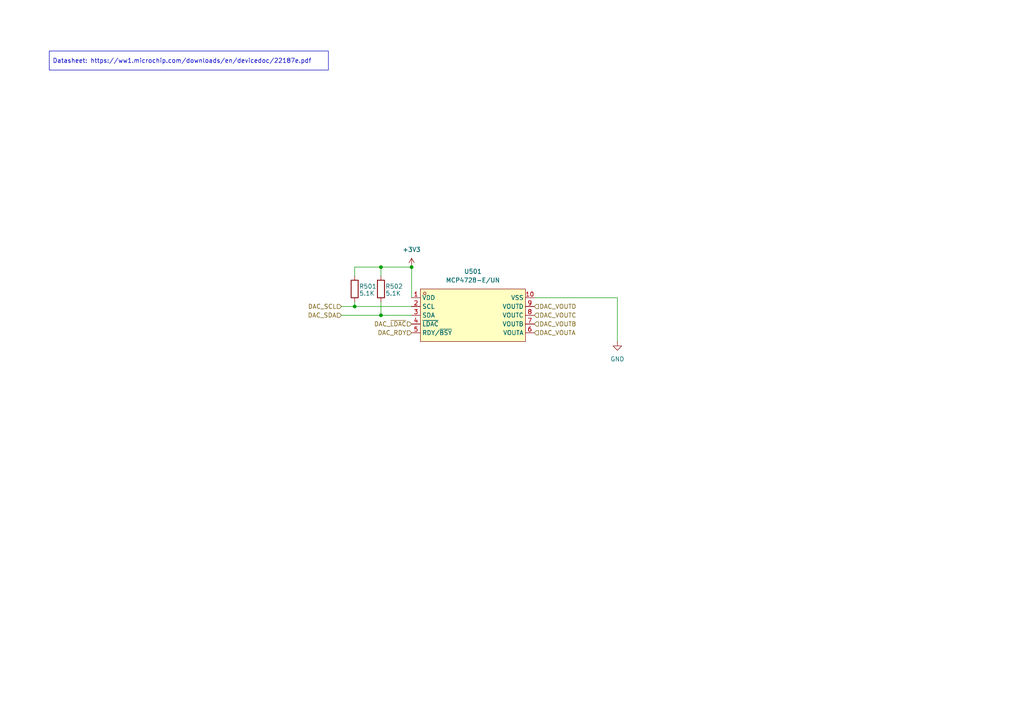
<source format=kicad_sch>
(kicad_sch (version 20250114) (generator "eeschema") (generator_version "9.0")
  (paper "A4")
  (title_block (rev "0") (company "Integrated BioElectronics Laboratory @ NYU Abu Dhabi") (comment 1 "Schematic developed by Hamza Anver"))
  (lib_symbols
    (symbol "RC0603FR-075K1L_1" (pin_numbers (hide yes)) (pin_names (hide yes))
      (property "Reference" "R612" (at 0.762 -3.81 90))
      (property "Value" "5.1K" (at -1.27 -3.556 90))
      (symbol "RC0603FR-075K1L_1_0_1"
        (pin input line (at -3.81 0 0) (length 1.27) (name "1") (number "1"))
        (pin input line (at 3.81 0 180) (length 1.27) (name "2") (number "2"))
      )
      (symbol "RC0603FR-075K1L_1_1_1"
        (rectangle (start -2.54 1.02) (end 2.54 -1.02) (stroke (width 0.254)))
      )
    )
    (symbol "easyeda2kicad:MCP4728-E_UN"
      (property "Reference" "U" (at 0 10.16 0))
      (property "Value" "MCP4728-E/UN" (at 0 -10.16 0))
      (symbol "MCP4728-E_UN_0_1"
        (rectangle (start -15.24 7.62) (end 15.24 -7.62) (fill (type background)))
        (circle (center -13.97 6.35) (radius 0.38))
        (pin unspecified line (at -17.78 5.08 0) (length 2.54) (name "VDD") (number "1"))
        (pin unspecified line (at -17.78 2.54 0) (length 2.54) (name "SCL") (number "2"))
        (pin unspecified line (at -17.78 0 0) (length 2.54) (name "SDA") (number "3"))
        (pin unspecified line (at -17.78 -2.54 0) (length 2.54) (name "~{LDAC}") (number "4"))
        (pin unspecified line (at -17.78 -5.08 0) (length 2.54) (name "RDY/~{BSY}") (number "5"))
        (pin unspecified line (at 17.78 5.08 180) (length 2.54) (name "VSS") (number "10"))
        (pin unspecified line (at 17.78 2.54 180) (length 2.54) (name "VOUTD") (number "9"))
        (pin unspecified line (at 17.78 0 180) (length 2.54) (name "VOUTC") (number "8"))
        (pin unspecified line (at 17.78 -2.54 180) (length 2.54) (name "VOUTB") (number "7"))
        (pin unspecified line (at 17.78 -5.08 180) (length 2.54) (name "VOUTA") (number "6"))
      )
    )
    (symbol "power:+3V3" (power) (pin_numbers (hide yes)) (pin_names (offset 0) (hide yes))
      (property "Value" "+3V3" (at 0 3.556 0))
      (symbol "+3V3_0_1"
        (polyline (pts (xy -0.762 1.27) (xy 0 2.54)))
        (polyline (pts (xy 0 2.54) (xy 0.762 1.27)))
        (polyline (pts (xy 0 0) (xy 0 2.54)))
      )
      (symbol "+3V3_1_1"
        (pin power_in line (at 0 0 90) (length 0) (name "~") (number "1"))
      )
    )
    (symbol "power:GND" (power) (pin_numbers (hide yes)) (pin_names (offset 0) (hide yes))
      (property "Value" "GND" (at 0 -3.81 0))
      (symbol "GND_0_1"
        (polyline (pts (xy 0 0) (xy 0 -1.27) (xy 1.27 -1.27) (xy 0 -2.54) (xy -1.27 -1.27) (xy 0 -1.27)))
      )
      (symbol "GND_1_1"
        (pin power_in line (at 0 0 270) (length 0) (name "~") (number "1"))
      )
    )
  )
  (text_box "Datasheet: https://ww1.microchip.com/downloads/en/devicedoc/22187e.pdf" (at 14.2875 14.7899 0) (size 80.9625 5.5301) (margins 0.9525 0.9525 0.9525 0.9525) (effects (font (size 1.27 1.27)) (justify left)))
  (junction (at 110.49 91.44))
  (junction (at 119.38 77.47))
  (junction (at 110.49 77.47))
  (junction (at 102.87 88.9))
  (wire (pts (xy 99.06 88.9) (xy 102.87 88.9)))
  (wire (pts (xy 110.49 91.44) (xy 119.38 91.44)))
  (wire (pts (xy 179.07 86.36) (xy 179.07 99.06)))
  (wire (pts (xy 102.87 88.9) (xy 119.38 88.9)))
  (wire (pts (xy 119.38 77.47) (xy 119.38 86.36)))
  (wire (pts (xy 102.87 87.63) (xy 102.87 88.9)))
  (wire (pts (xy 99.06 91.44) (xy 110.49 91.44)))
  (wire (pts (xy 102.87 77.47) (xy 102.87 80.01)))
  (wire (pts (xy 154.94 86.36) (xy 179.07 86.36)))
  (wire (pts (xy 110.49 77.47) (xy 119.38 77.47)))
  (wire (pts (xy 110.49 77.47) (xy 110.49 80.01)))
  (wire (pts (xy 110.49 87.63) (xy 110.49 91.44)))
  (wire (pts (xy 102.87 77.47) (xy 110.49 77.47)))
  (hierarchical_label "DAC_SCL" (shape input) (at 99.06 88.9 180))
  (hierarchical_label "DAC_VOUTB" (shape input) (at 154.94 93.98 0))
  (hierarchical_label "DAC_VOUTC" (shape input) (at 154.94 91.44 0))
  (hierarchical_label "DAC_VOUTD" (shape input) (at 154.94 88.9 0))
  (hierarchical_label "DAC_SDA" (shape input) (at 99.06 91.44 180))
  (hierarchical_label "DAC_RDY" (shape input) (at 119.38 96.52 180))
  (hierarchical_label "DAC_VOUTA" (shape input) (at 154.94 96.52 0))
  (hierarchical_label "DAC_~{LDAC}" (shape input) (at 119.38 93.98 180))
  (symbol (lib_id "easyeda2kicad:MCP4728-E_UN") (at 137.16 91.44 0) (unit 1)
    (property "Reference" "U501" (at 137.16 78.74 0))
    (property "Value" "MCP4728-E/UN" (at 137.16 81.28 0))
    (property "Footprint" "easyeda2kicad:MSOP-10_L3.0-W3.0-P0.50-LS5.0-TL" (effects (hide yes)))
    (property "Datasheet" "https://lcsc.com/product-detail/EEPROM_MICROCHIP_MCP4728-E-UN_MCP4728-E-UN_C108207.html" (effects (hide yes)))
    (property "LCSC Part" "C108207" (effects (hide yes)))
    (property "FT Rotation Offset" "90" (effects (hide yes)))
  )
  (symbol (lib_name "RC0603FR-075K1L_1") (lib_id "easyeda2kicad:RC0603FR-075K1L") (at 110.49 83.82 90) (unit 1)
    (property "Reference" "R502" (at 114.3 83.058 90))
    (property "Value" "5.1K" (at 114.046 85.09 90))
    (property "Footprint" "easyeda2kicad:R0603" (effects (hide yes)))
    (property "Datasheet" "https://lcsc.com/product-detail/Chip-Resistor-Surface-Mount_5-1KR-5101-1_C105580.html" (effects (hide yes)))
    (property "LCSC Part" "C105580" (effects (hide yes)))
    (property "MPN" "RC0603FR-075K1L" (effects (hide yes)))
  )
  (symbol (lib_name "RC0603FR-075K1L_1") (lib_id "easyeda2kicad:RC0603FR-075K1L") (at 102.87 83.82 90) (unit 1)
    (property "Reference" "R501" (at 106.68 83.058 90))
    (property "Value" "5.1K" (at 106.426 85.09 90))
    (property "Footprint" "easyeda2kicad:R0603" (effects (hide yes)))
    (property "Datasheet" "https://lcsc.com/product-detail/Chip-Resistor-Surface-Mount_5-1KR-5101-1_C105580.html" (effects (hide yes)))
    (property "LCSC Part" "C105580" (effects (hide yes)))
    (property "MPN" "RC0603FR-075K1L" (effects (hide yes)))
  )
  (symbol (lib_id "power:GND") (at 179.07 99.06 0) (unit 1)
    (property "Reference" "#PWR0502" (effects (hide yes)))
    (property "Value" "GND" (at 179.07 104.14 0))
    (property "Description" "Power symbol creates a global label with name \"GND\" , ground" (effects (hide yes)))
  )
  (symbol (lib_id "power:+3V3") (at 119.38 77.47 0) (unit 1)
    (property "Reference" "#PWR0501" (effects (hide yes)))
    (property "Value" "+3V3" (at 119.38 72.39 0))
    (property "Description" "Power symbol creates a global label with name \"+3V3\"" (effects (hide yes)))
  )
)
</source>
